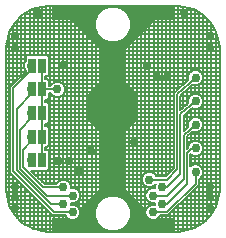
<source format=gbl>
G04 EAGLE Gerber RS-274X export*
G75*
%MOMM*%
%FSLAX34Y34*%
%LPD*%
%INSolder side*%
%IPPOS*%
%AMOC8*
5,1,8,0,0,$1,22.5*%
G01*
%ADD10R,0.635X1.27*%
%ADD11C,0.7564*%
%ADD12C,0.13*%
%ADD13C,0.15*%
%ADD14C,0.3*%
G36*
X0478247Y0404007D02*
X0478247Y0404007D01*
X0478300Y0404004D01*
X0478419Y0404027D01*
X0478540Y0404041D01*
X0478589Y0404058D01*
X0478640Y0404067D01*
X0478751Y0404117D01*
X0478865Y0404158D01*
X0478909Y0404187D01*
X0478956Y0404208D01*
X0479052Y0404281D01*
X0479154Y0404347D01*
X0479191Y0404385D01*
X0479232Y0404416D01*
X0479309Y0404509D01*
X0479393Y0404597D01*
X0479420Y0404642D01*
X0479453Y0404682D01*
X0479507Y0404791D01*
X0479568Y0404895D01*
X0479584Y0404945D01*
X0479607Y0404992D01*
X0479634Y0405110D01*
X0479670Y0405225D01*
X0479674Y0405278D01*
X0479686Y0405329D01*
X0479686Y0405450D01*
X0479694Y0405571D01*
X0479685Y0405622D01*
X0479685Y0405674D01*
X0479657Y0405792D01*
X0479638Y0405912D01*
X0479617Y0405959D01*
X0479606Y0406011D01*
X0479552Y0406119D01*
X0479505Y0406231D01*
X0479475Y0406273D01*
X0479450Y0406320D01*
X0479373Y0406413D01*
X0479303Y0406511D01*
X0479263Y0406546D01*
X0479230Y0406586D01*
X0479133Y0406659D01*
X0479042Y0406738D01*
X0478995Y0406762D01*
X0478954Y0406794D01*
X0478770Y0406885D01*
X0476786Y0407707D01*
X0472707Y0411786D01*
X0470499Y0417116D01*
X0470499Y0422884D01*
X0472707Y0428213D01*
X0476786Y0432293D01*
X0482116Y0434501D01*
X0487883Y0434501D01*
X0493213Y0432293D01*
X0497293Y0428213D01*
X0499501Y0422884D01*
X0499501Y0417116D01*
X0497293Y0411786D01*
X0493213Y0407707D01*
X0491230Y0406885D01*
X0491184Y0406860D01*
X0491135Y0406841D01*
X0491034Y0406776D01*
X0490927Y0406717D01*
X0490889Y0406682D01*
X0490846Y0406653D01*
X0490762Y0406565D01*
X0490673Y0406484D01*
X0490643Y0406441D01*
X0490607Y0406403D01*
X0490546Y0406298D01*
X0490477Y0406199D01*
X0490458Y0406150D01*
X0490432Y0406105D01*
X0490396Y0405989D01*
X0490353Y0405876D01*
X0490345Y0405824D01*
X0490330Y0405774D01*
X0490322Y0405653D01*
X0490305Y0405534D01*
X0490310Y0405482D01*
X0490306Y0405429D01*
X0490326Y0405310D01*
X0490336Y0405189D01*
X0490353Y0405140D01*
X0490362Y0405088D01*
X0490409Y0404976D01*
X0490447Y0404861D01*
X0490475Y0404817D01*
X0490495Y0404769D01*
X0490566Y0404671D01*
X0490629Y0404568D01*
X0490666Y0404531D01*
X0490697Y0404489D01*
X0490789Y0404409D01*
X0490874Y0404324D01*
X0490919Y0404296D01*
X0490957Y0404262D01*
X0491066Y0404204D01*
X0491168Y0404142D01*
X0491218Y0404126D01*
X0491264Y0404101D01*
X0491382Y0404071D01*
X0491496Y0404033D01*
X0491548Y0404028D01*
X0491599Y0404015D01*
X0491804Y0404001D01*
X0535000Y0404001D01*
X0535035Y0404005D01*
X0535071Y0404002D01*
X0535207Y0404025D01*
X0535343Y0404041D01*
X0535377Y0404052D01*
X0535412Y0404058D01*
X0535539Y0404111D01*
X0535669Y0404158D01*
X0535698Y0404177D01*
X0535731Y0404191D01*
X0535843Y0404272D01*
X0535958Y0404347D01*
X0535983Y0404373D01*
X0536011Y0404393D01*
X0536102Y0404497D01*
X0536197Y0404597D01*
X0536215Y0404628D01*
X0536238Y0404654D01*
X0536302Y0404777D01*
X0536372Y0404895D01*
X0536382Y0404929D01*
X0536399Y0404961D01*
X0536433Y0405094D01*
X0536474Y0405225D01*
X0536476Y0405261D01*
X0536485Y0405295D01*
X0536499Y0405500D01*
X0536499Y0415000D01*
X0536495Y0415035D01*
X0536498Y0415071D01*
X0536475Y0415207D01*
X0536459Y0415343D01*
X0536447Y0415377D01*
X0536442Y0415412D01*
X0536389Y0415539D01*
X0536342Y0415668D01*
X0536323Y0415698D01*
X0536309Y0415730D01*
X0536228Y0415843D01*
X0536153Y0415957D01*
X0536127Y0415983D01*
X0536107Y0416011D01*
X0536003Y0416102D01*
X0535903Y0416197D01*
X0535872Y0416215D01*
X0535846Y0416238D01*
X0535723Y0416302D01*
X0535605Y0416372D01*
X0535571Y0416382D01*
X0535539Y0416399D01*
X0535406Y0416432D01*
X0535274Y0416474D01*
X0535239Y0416475D01*
X0535205Y0416485D01*
X0535000Y0416499D01*
X0523298Y0416499D01*
X0523160Y0416483D01*
X0523020Y0416473D01*
X0522988Y0416462D01*
X0522955Y0416459D01*
X0522824Y0416412D01*
X0522690Y0416370D01*
X0522661Y0416353D01*
X0522630Y0416342D01*
X0522513Y0416266D01*
X0522393Y0416195D01*
X0522359Y0416165D01*
X0522340Y0416153D01*
X0522317Y0416129D01*
X0522286Y0416102D01*
X0520150Y0415217D01*
X0517849Y0415217D01*
X0515724Y0416098D01*
X0514098Y0417724D01*
X0513217Y0419850D01*
X0513217Y0422150D01*
X0513347Y0422464D01*
X0513371Y0422548D01*
X0513405Y0422629D01*
X0513418Y0422714D01*
X0513442Y0422797D01*
X0513446Y0422884D01*
X0513460Y0422971D01*
X0513454Y0423056D01*
X0513457Y0423142D01*
X0513442Y0423228D01*
X0513435Y0423315D01*
X0513410Y0423397D01*
X0513394Y0423482D01*
X0513359Y0423562D01*
X0513333Y0423646D01*
X0513289Y0423720D01*
X0513254Y0423798D01*
X0513202Y0423868D01*
X0513157Y0423943D01*
X0513063Y0424052D01*
X0513046Y0424074D01*
X0513036Y0424082D01*
X0513022Y0424097D01*
X0496499Y0440621D01*
X0496499Y0489379D01*
X0506060Y0498940D01*
X0506135Y0499035D01*
X0506150Y0499050D01*
X0506154Y0499058D01*
X0506238Y0499154D01*
X0506254Y0499184D01*
X0506275Y0499210D01*
X0506334Y0499337D01*
X0506399Y0499461D01*
X0506407Y0499493D01*
X0506422Y0499524D01*
X0506449Y0499660D01*
X0506485Y0499795D01*
X0506488Y0499840D01*
X0506492Y0499861D01*
X0506492Y0499895D01*
X0506499Y0500000D01*
X0506499Y0520000D01*
X0506483Y0520138D01*
X0506473Y0520278D01*
X0506462Y0520310D01*
X0506459Y0520343D01*
X0506412Y0520473D01*
X0506371Y0520608D01*
X0506353Y0520637D01*
X0506342Y0520669D01*
X0506265Y0520785D01*
X0506195Y0520905D01*
X0506165Y0520940D01*
X0506153Y0520957D01*
X0506128Y0520982D01*
X0506060Y0521060D01*
X0496499Y0530621D01*
X0496499Y0559379D01*
X0520621Y0583501D01*
X0535000Y0583501D01*
X0535035Y0583505D01*
X0535071Y0583502D01*
X0535207Y0583525D01*
X0535343Y0583541D01*
X0535377Y0583553D01*
X0535412Y0583558D01*
X0535539Y0583611D01*
X0535669Y0583658D01*
X0535698Y0583678D01*
X0535731Y0583691D01*
X0535843Y0583772D01*
X0535958Y0583847D01*
X0535983Y0583873D01*
X0536011Y0583893D01*
X0536102Y0583998D01*
X0536197Y0584097D01*
X0536215Y0584128D01*
X0536238Y0584154D01*
X0536302Y0584277D01*
X0536372Y0584395D01*
X0536382Y0584429D01*
X0536399Y0584461D01*
X0536433Y0584594D01*
X0536474Y0584726D01*
X0536476Y0584761D01*
X0536485Y0584795D01*
X0536499Y0585000D01*
X0536499Y0594500D01*
X0536495Y0594535D01*
X0536498Y0594571D01*
X0536475Y0594707D01*
X0536459Y0594843D01*
X0536447Y0594877D01*
X0536442Y0594912D01*
X0536389Y0595039D01*
X0536342Y0595169D01*
X0536323Y0595198D01*
X0536309Y0595231D01*
X0536228Y0595343D01*
X0536153Y0595458D01*
X0536127Y0595483D01*
X0536107Y0595511D01*
X0536003Y0595602D01*
X0535903Y0595697D01*
X0535872Y0595715D01*
X0535846Y0595738D01*
X0535723Y0595802D01*
X0535605Y0595872D01*
X0535571Y0595882D01*
X0535539Y0595899D01*
X0535406Y0595933D01*
X0535274Y0595974D01*
X0535239Y0595976D01*
X0535205Y0595985D01*
X0535000Y0595999D01*
X0491804Y0595999D01*
X0491752Y0595993D01*
X0491700Y0595996D01*
X0491581Y0595973D01*
X0491460Y0595959D01*
X0491411Y0595942D01*
X0491359Y0595932D01*
X0491248Y0595883D01*
X0491135Y0595842D01*
X0491091Y0595813D01*
X0491044Y0595792D01*
X0490947Y0595719D01*
X0490846Y0595653D01*
X0490809Y0595615D01*
X0490768Y0595584D01*
X0490690Y0595490D01*
X0490607Y0595403D01*
X0490580Y0595358D01*
X0490546Y0595318D01*
X0490493Y0595209D01*
X0490432Y0595105D01*
X0490417Y0595055D01*
X0490393Y0595008D01*
X0490366Y0594890D01*
X0490330Y0594774D01*
X0490326Y0594722D01*
X0490314Y0594671D01*
X0490315Y0594550D01*
X0490306Y0594429D01*
X0490315Y0594378D01*
X0490315Y0594326D01*
X0490343Y0594208D01*
X0490362Y0594088D01*
X0490382Y0594040D01*
X0490394Y0593989D01*
X0490449Y0593881D01*
X0490495Y0593769D01*
X0490525Y0593727D01*
X0490549Y0593680D01*
X0490626Y0593587D01*
X0490697Y0593489D01*
X0490737Y0593454D01*
X0490770Y0593414D01*
X0490867Y0593341D01*
X0490957Y0593262D01*
X0491004Y0593238D01*
X0491046Y0593206D01*
X0491230Y0593115D01*
X0493213Y0592293D01*
X0497293Y0588214D01*
X0499501Y0582884D01*
X0499501Y0577116D01*
X0497293Y0571786D01*
X0493213Y0567707D01*
X0487883Y0565499D01*
X0482116Y0565499D01*
X0476786Y0567707D01*
X0472707Y0571786D01*
X0470499Y0577116D01*
X0470499Y0582884D01*
X0472707Y0588214D01*
X0476786Y0592293D01*
X0478770Y0593115D01*
X0478816Y0593140D01*
X0478865Y0593158D01*
X0478966Y0593224D01*
X0479072Y0593283D01*
X0479111Y0593318D01*
X0479154Y0593347D01*
X0479238Y0593434D01*
X0479326Y0593516D01*
X0479357Y0593559D01*
X0479393Y0593597D01*
X0479454Y0593701D01*
X0479523Y0593801D01*
X0479542Y0593850D01*
X0479568Y0593895D01*
X0479604Y0594011D01*
X0479647Y0594124D01*
X0479655Y0594176D01*
X0479670Y0594226D01*
X0479677Y0594346D01*
X0479694Y0594466D01*
X0479690Y0594518D01*
X0479694Y0594571D01*
X0479674Y0594690D01*
X0479663Y0594811D01*
X0479646Y0594860D01*
X0479638Y0594912D01*
X0479591Y0595024D01*
X0479553Y0595138D01*
X0479525Y0595183D01*
X0479505Y0595231D01*
X0479433Y0595329D01*
X0479370Y0595432D01*
X0479333Y0595469D01*
X0479303Y0595511D01*
X0479212Y0595591D01*
X0479126Y0595676D01*
X0479081Y0595704D01*
X0479042Y0595738D01*
X0478935Y0595794D01*
X0478832Y0595858D01*
X0478782Y0595875D01*
X0478735Y0595899D01*
X0478618Y0595929D01*
X0478504Y0595967D01*
X0478452Y0595972D01*
X0478401Y0595985D01*
X0478196Y0595999D01*
X0435000Y0595999D01*
X0434965Y0595995D01*
X0434929Y0595998D01*
X0434793Y0595975D01*
X0434657Y0595959D01*
X0434623Y0595947D01*
X0434587Y0595942D01*
X0434461Y0595889D01*
X0434330Y0595842D01*
X0434302Y0595823D01*
X0434269Y0595809D01*
X0434157Y0595728D01*
X0434042Y0595653D01*
X0434017Y0595627D01*
X0433989Y0595607D01*
X0433898Y0595503D01*
X0433803Y0595403D01*
X0433785Y0595372D01*
X0433762Y0595346D01*
X0433698Y0595223D01*
X0433628Y0595105D01*
X0433618Y0595071D01*
X0433601Y0595039D01*
X0433567Y0594906D01*
X0433526Y0594774D01*
X0433524Y0594739D01*
X0433515Y0594705D01*
X0433501Y0594500D01*
X0433501Y0585000D01*
X0433504Y0584965D01*
X0433502Y0584929D01*
X0433525Y0584793D01*
X0433541Y0584657D01*
X0433553Y0584623D01*
X0433558Y0584588D01*
X0433611Y0584461D01*
X0433658Y0584331D01*
X0433678Y0584302D01*
X0433691Y0584269D01*
X0433772Y0584157D01*
X0433847Y0584042D01*
X0433872Y0584017D01*
X0433893Y0583989D01*
X0433998Y0583898D01*
X0434097Y0583803D01*
X0434128Y0583785D01*
X0434154Y0583762D01*
X0434277Y0583698D01*
X0434395Y0583628D01*
X0434429Y0583618D01*
X0434461Y0583601D01*
X0434594Y0583567D01*
X0434726Y0583526D01*
X0434761Y0583524D01*
X0434795Y0583515D01*
X0435000Y0583501D01*
X0449379Y0583501D01*
X0473501Y0559379D01*
X0473501Y0530621D01*
X0463940Y0521060D01*
X0463853Y0520951D01*
X0463762Y0520846D01*
X0463746Y0520816D01*
X0463725Y0520789D01*
X0463666Y0520663D01*
X0463601Y0520539D01*
X0463593Y0520507D01*
X0463578Y0520476D01*
X0463550Y0520340D01*
X0463515Y0520205D01*
X0463512Y0520160D01*
X0463507Y0520138D01*
X0463508Y0520104D01*
X0463501Y0520000D01*
X0463501Y0500000D01*
X0463517Y0499861D01*
X0463527Y0499722D01*
X0463537Y0499690D01*
X0463541Y0499657D01*
X0463588Y0499526D01*
X0463628Y0499392D01*
X0463647Y0499363D01*
X0463658Y0499330D01*
X0463734Y0499215D01*
X0463805Y0499095D01*
X0463835Y0499060D01*
X0463847Y0499042D01*
X0463871Y0499019D01*
X0463940Y0498940D01*
X0473501Y0489379D01*
X0473501Y0440630D01*
X0456887Y0424355D01*
X0456826Y0424281D01*
X0456760Y0424214D01*
X0456718Y0424146D01*
X0456669Y0424086D01*
X0456628Y0424001D01*
X0456578Y0423919D01*
X0456552Y0423845D01*
X0456519Y0423775D01*
X0456499Y0423682D01*
X0456468Y0423592D01*
X0456460Y0423514D01*
X0456444Y0423437D01*
X0456445Y0423342D01*
X0456437Y0423247D01*
X0456448Y0423170D01*
X0456449Y0423091D01*
X0456472Y0422999D01*
X0456485Y0422905D01*
X0456525Y0422787D01*
X0456533Y0422756D01*
X0456539Y0422741D01*
X0456551Y0422710D01*
X0456783Y0422150D01*
X0456783Y0419850D01*
X0455902Y0417724D01*
X0454276Y0416098D01*
X0452150Y0415217D01*
X0449850Y0415217D01*
X0447704Y0416106D01*
X0447652Y0416147D01*
X0447547Y0416238D01*
X0447517Y0416254D01*
X0447491Y0416275D01*
X0447365Y0416334D01*
X0447241Y0416399D01*
X0447207Y0416407D01*
X0447177Y0416422D01*
X0447042Y0416450D01*
X0446906Y0416485D01*
X0446862Y0416488D01*
X0446840Y0416492D01*
X0446806Y0416492D01*
X0446702Y0416499D01*
X0435000Y0416499D01*
X0434965Y0416495D01*
X0434929Y0416498D01*
X0434793Y0416475D01*
X0434657Y0416459D01*
X0434623Y0416447D01*
X0434587Y0416442D01*
X0434461Y0416389D01*
X0434330Y0416342D01*
X0434302Y0416323D01*
X0434269Y0416308D01*
X0434157Y0416228D01*
X0434042Y0416153D01*
X0434017Y0416126D01*
X0433989Y0416107D01*
X0433898Y0416003D01*
X0433803Y0415903D01*
X0433785Y0415872D01*
X0433762Y0415846D01*
X0433698Y0415723D01*
X0433628Y0415605D01*
X0433618Y0415571D01*
X0433601Y0415539D01*
X0433567Y0415406D01*
X0433526Y0415274D01*
X0433524Y0415239D01*
X0433515Y0415205D01*
X0433501Y0415000D01*
X0433501Y0405500D01*
X0433504Y0405465D01*
X0433502Y0405429D01*
X0433525Y0405293D01*
X0433541Y0405157D01*
X0433553Y0405123D01*
X0433558Y0405088D01*
X0433611Y0404961D01*
X0433658Y0404831D01*
X0433678Y0404802D01*
X0433691Y0404769D01*
X0433772Y0404657D01*
X0433847Y0404542D01*
X0433872Y0404517D01*
X0433893Y0404489D01*
X0433998Y0404398D01*
X0434097Y0404303D01*
X0434128Y0404285D01*
X0434154Y0404262D01*
X0434277Y0404198D01*
X0434395Y0404128D01*
X0434429Y0404118D01*
X0434461Y0404101D01*
X0434594Y0404067D01*
X0434726Y0404026D01*
X0434761Y0404024D01*
X0434795Y0404015D01*
X0435000Y0404001D01*
X0478196Y0404001D01*
X0478247Y0404007D01*
G37*
D10*
X0416936Y0545000D03*
X0425064Y0545000D03*
X0416936Y0525000D03*
X0425064Y0525000D03*
X0416936Y0505000D03*
X0425064Y0505000D03*
X0416936Y0485000D03*
X0425064Y0485000D03*
X0416936Y0465000D03*
X0425064Y0465000D03*
D11*
X0485000Y0510000D03*
X0496000Y0502000D03*
X0475000Y0520000D03*
D12*
X0408480Y0411955D02*
X0416472Y0407341D01*
X0408480Y0411955D02*
X0401955Y0418480D01*
X0397341Y0426472D01*
X0394951Y0435386D01*
X0394650Y0440000D01*
X0394650Y0560000D01*
X0394951Y0564614D01*
X0397341Y0573528D01*
X0401955Y0581520D01*
X0408480Y0588045D01*
X0416472Y0592659D01*
X0425386Y0595048D01*
X0430000Y0595350D01*
X0540000Y0595350D01*
X0544614Y0595048D01*
X0553528Y0592659D01*
X0561520Y0588045D01*
X0568045Y0581520D01*
X0572659Y0573528D01*
X0575048Y0564614D01*
X0575350Y0560000D01*
X0575350Y0440000D01*
X0575048Y0435386D01*
X0572659Y0426472D01*
X0568045Y0418480D01*
X0561520Y0411955D01*
X0553528Y0407341D01*
X0544614Y0404951D01*
X0540000Y0404650D01*
X0430000Y0404650D01*
X0425386Y0404951D01*
X0416472Y0407341D01*
X0561432Y0533721D02*
X0561432Y0536279D01*
X0560453Y0538643D01*
X0558643Y0540453D01*
X0556279Y0541432D01*
X0553721Y0541432D01*
X0551357Y0540453D01*
X0549547Y0538643D01*
X0548568Y0536279D01*
X0548568Y0533721D01*
X0548828Y0533093D01*
X0538216Y0523675D01*
X0538124Y0523675D01*
X0537398Y0522949D01*
X0536631Y0522268D01*
X0536625Y0522176D01*
X0536560Y0522111D01*
X0536560Y0521084D01*
X0536499Y0520060D01*
X0536560Y0519991D01*
X0536560Y0458335D01*
X0529594Y0451370D01*
X0521756Y0451370D01*
X0521353Y0452343D01*
X0519543Y0454153D01*
X0517179Y0455132D01*
X0514621Y0455132D01*
X0512257Y0454153D01*
X0510447Y0452343D01*
X0509467Y0449979D01*
X0509467Y0447421D01*
X0510447Y0445057D01*
X0512257Y0443247D01*
X0514621Y0442268D01*
X0517179Y0442268D01*
X0519543Y0443247D01*
X0521270Y0444974D01*
X0520568Y0443279D01*
X0520568Y0441312D01*
X0520279Y0441432D01*
X0517721Y0441432D01*
X0515357Y0440453D01*
X0513547Y0438643D01*
X0512568Y0436278D01*
X0512568Y0433721D01*
X0513547Y0431357D01*
X0515357Y0429547D01*
X0517721Y0428568D01*
X0520279Y0428568D01*
X0520568Y0428688D01*
X0520568Y0427312D01*
X0520279Y0427432D01*
X0517721Y0427432D01*
X0515357Y0426453D01*
X0513547Y0424643D01*
X0512568Y0422279D01*
X0512568Y0419721D01*
X0513547Y0417357D01*
X0515357Y0415546D01*
X0517721Y0414568D01*
X0520279Y0414568D01*
X0522643Y0415546D01*
X0524453Y0417357D01*
X0524856Y0418330D01*
X0532106Y0418330D01*
X0556106Y0442329D01*
X0557670Y0443894D01*
X0557670Y0449144D01*
X0558643Y0449547D01*
X0560453Y0451357D01*
X0561432Y0453721D01*
X0561432Y0456278D01*
X0560453Y0458643D01*
X0558643Y0460453D01*
X0556279Y0461432D01*
X0553721Y0461432D01*
X0551357Y0460453D01*
X0550670Y0459766D01*
X0550670Y0469894D01*
X0550840Y0470064D01*
X0551357Y0469547D01*
X0553721Y0468568D01*
X0556279Y0468568D01*
X0558643Y0469547D01*
X0560453Y0471357D01*
X0561432Y0473721D01*
X0561432Y0476278D01*
X0560453Y0478643D01*
X0558643Y0480453D01*
X0556279Y0481432D01*
X0553721Y0481432D01*
X0551357Y0480453D01*
X0549547Y0478643D01*
X0548568Y0476278D01*
X0548568Y0475344D01*
X0547670Y0474446D01*
X0547670Y0485416D01*
X0552205Y0489196D01*
X0553721Y0488568D01*
X0556279Y0488568D01*
X0558643Y0489547D01*
X0560453Y0491357D01*
X0561432Y0493721D01*
X0561432Y0496278D01*
X0560453Y0498643D01*
X0558643Y0500453D01*
X0556279Y0501432D01*
X0553721Y0501432D01*
X0551357Y0500453D01*
X0549547Y0498643D01*
X0548568Y0496278D01*
X0548568Y0493721D01*
X0548754Y0493271D01*
X0544900Y0490058D01*
X0544900Y0502738D01*
X0552316Y0509150D01*
X0553721Y0508568D01*
X0556279Y0508568D01*
X0558643Y0509547D01*
X0560453Y0511357D01*
X0561432Y0513721D01*
X0561432Y0516278D01*
X0560453Y0518643D01*
X0558643Y0520453D01*
X0556279Y0521432D01*
X0553721Y0521432D01*
X0551357Y0520453D01*
X0549547Y0518643D01*
X0548568Y0516278D01*
X0548568Y0513721D01*
X0548797Y0513167D01*
X0541900Y0507203D01*
X0541900Y0519805D01*
X0552394Y0529118D01*
X0553721Y0528568D01*
X0556279Y0528568D01*
X0558643Y0529547D01*
X0560453Y0531357D01*
X0561432Y0533721D01*
X0444432Y0526279D02*
X0444432Y0523721D01*
X0444432Y0526279D02*
X0443453Y0528643D01*
X0441643Y0530453D01*
X0439279Y0531432D01*
X0436721Y0531432D01*
X0434357Y0530453D01*
X0432547Y0528643D01*
X0432144Y0527670D01*
X0430889Y0527670D01*
X0430889Y0532448D01*
X0429337Y0534000D01*
X0427734Y0534000D01*
X0427734Y0536000D01*
X0429337Y0536000D01*
X0430889Y0537552D01*
X0430889Y0552448D01*
X0429337Y0554000D01*
X0412663Y0554000D01*
X0411111Y0552448D01*
X0411111Y0549314D01*
X0410546Y0548750D01*
X0409568Y0546386D01*
X0409568Y0543828D01*
X0410546Y0541464D01*
X0411111Y0540900D01*
X0411111Y0539951D01*
X0399644Y0528484D01*
X0398080Y0526920D01*
X0398080Y0454452D01*
X0399644Y0452888D01*
X0399644Y0452888D01*
X0432638Y0419894D01*
X0432638Y0419894D01*
X0434202Y0418330D01*
X0445144Y0418330D01*
X0445546Y0417357D01*
X0447357Y0415546D01*
X0449721Y0414568D01*
X0452279Y0414568D01*
X0454643Y0415546D01*
X0456453Y0417357D01*
X0457432Y0419721D01*
X0457432Y0422279D01*
X0456453Y0424643D01*
X0454643Y0426453D01*
X0452279Y0427432D01*
X0449721Y0427432D01*
X0449432Y0427312D01*
X0449432Y0428688D01*
X0449721Y0428568D01*
X0452279Y0428568D01*
X0454643Y0429547D01*
X0456453Y0431357D01*
X0457432Y0433721D01*
X0457432Y0436278D01*
X0456453Y0438643D01*
X0454643Y0440453D01*
X0452279Y0441432D01*
X0449721Y0441432D01*
X0449432Y0441312D01*
X0449432Y0443279D01*
X0448453Y0445643D01*
X0446643Y0447453D01*
X0444279Y0448432D01*
X0441721Y0448432D01*
X0439357Y0447453D01*
X0437547Y0445643D01*
X0437144Y0444670D01*
X0427166Y0444670D01*
X0415835Y0456000D01*
X0429337Y0456000D01*
X0430889Y0457552D01*
X0430889Y0472448D01*
X0429337Y0474000D01*
X0427734Y0474000D01*
X0427734Y0476000D01*
X0429337Y0476000D01*
X0430889Y0477552D01*
X0430889Y0492448D01*
X0429337Y0494000D01*
X0427734Y0494000D01*
X0427734Y0496000D01*
X0429337Y0496000D01*
X0430889Y0497552D01*
X0430889Y0512448D01*
X0429337Y0514000D01*
X0427734Y0514000D01*
X0427734Y0516000D01*
X0429337Y0516000D01*
X0430889Y0517552D01*
X0430889Y0522330D01*
X0432144Y0522330D01*
X0432547Y0521357D01*
X0434357Y0519547D01*
X0436721Y0518568D01*
X0439279Y0518568D01*
X0441643Y0519547D01*
X0443453Y0521357D01*
X0444432Y0523721D01*
X0500150Y0576986D02*
X0500150Y0583014D01*
X0497844Y0588582D01*
X0493581Y0592844D01*
X0488014Y0595150D01*
X0481986Y0595150D01*
X0476418Y0592844D01*
X0472156Y0588582D01*
X0469850Y0583014D01*
X0469850Y0576986D01*
X0472156Y0571418D01*
X0476418Y0567156D01*
X0481986Y0564850D01*
X0488014Y0564850D01*
X0493581Y0567156D01*
X0497844Y0571418D01*
X0500150Y0576986D01*
X0500150Y0423014D02*
X0500150Y0416986D01*
X0500150Y0423014D02*
X0497844Y0428581D01*
X0493581Y0432844D01*
X0488014Y0435150D01*
X0481986Y0435150D01*
X0476418Y0432844D01*
X0472156Y0428581D01*
X0469850Y0423014D01*
X0469850Y0416986D01*
X0472156Y0411418D01*
X0476418Y0407156D01*
X0481986Y0404850D01*
X0488014Y0404850D01*
X0493581Y0407156D01*
X0497844Y0411418D01*
X0500150Y0416986D01*
X0476796Y0407000D02*
X0417744Y0407000D01*
X0493204Y0407000D02*
X0552256Y0407000D01*
X0473075Y0410500D02*
X0411000Y0410500D01*
X0496925Y0410500D02*
X0559000Y0410500D01*
X0471087Y0414000D02*
X0406435Y0414000D01*
X0498913Y0414000D02*
X0563565Y0414000D01*
X0445488Y0417500D02*
X0402935Y0417500D01*
X0456512Y0417500D02*
X0469850Y0417500D01*
X0500150Y0417500D02*
X0513488Y0417500D01*
X0524512Y0417500D02*
X0567065Y0417500D01*
X0431532Y0421000D02*
X0400500Y0421000D01*
X0457432Y0421000D02*
X0469850Y0421000D01*
X0500150Y0421000D02*
X0512568Y0421000D01*
X0534776Y0421000D02*
X0569500Y0421000D01*
X0428031Y0424500D02*
X0398479Y0424500D01*
X0456512Y0424500D02*
X0470466Y0424500D01*
X0499534Y0424500D02*
X0513488Y0424500D01*
X0538276Y0424500D02*
X0571521Y0424500D01*
X0424532Y0428000D02*
X0396931Y0428000D01*
X0449432Y0428000D02*
X0471915Y0428000D01*
X0498085Y0428000D02*
X0520568Y0428000D01*
X0541776Y0428000D02*
X0573069Y0428000D01*
X0421032Y0431500D02*
X0395994Y0431500D01*
X0456512Y0431500D02*
X0475075Y0431500D01*
X0494925Y0431500D02*
X0513488Y0431500D01*
X0545276Y0431500D02*
X0574006Y0431500D01*
X0417532Y0435000D02*
X0395056Y0435000D01*
X0457432Y0435000D02*
X0481624Y0435000D01*
X0488376Y0435000D02*
X0512568Y0435000D01*
X0548776Y0435000D02*
X0574944Y0435000D01*
X0414032Y0438500D02*
X0394748Y0438500D01*
X0456512Y0438500D02*
X0513488Y0438500D01*
X0552276Y0438500D02*
X0575252Y0438500D01*
X0410531Y0442000D02*
X0394650Y0442000D01*
X0449432Y0442000D02*
X0520568Y0442000D01*
X0555776Y0442000D02*
X0575350Y0442000D01*
X0407032Y0445500D02*
X0394650Y0445500D01*
X0426336Y0445500D02*
X0437488Y0445500D01*
X0448512Y0445500D02*
X0510264Y0445500D01*
X0557670Y0445500D02*
X0575350Y0445500D01*
X0403532Y0449000D02*
X0394650Y0449000D01*
X0422836Y0449000D02*
X0509467Y0449000D01*
X0557670Y0449000D02*
X0575350Y0449000D01*
X0400032Y0452500D02*
X0394650Y0452500D01*
X0419336Y0452500D02*
X0510604Y0452500D01*
X0521196Y0452500D02*
X0530724Y0452500D01*
X0560926Y0452500D02*
X0575350Y0452500D01*
X0398080Y0456000D02*
X0394650Y0456000D01*
X0429337Y0456000D02*
X0534224Y0456000D01*
X0561432Y0456000D02*
X0575350Y0456000D01*
X0398080Y0459500D02*
X0394650Y0459500D01*
X0430889Y0459500D02*
X0536560Y0459500D01*
X0559596Y0459500D02*
X0575350Y0459500D01*
X0398080Y0463000D02*
X0394650Y0463000D01*
X0430889Y0463000D02*
X0536560Y0463000D01*
X0550670Y0463000D02*
X0575350Y0463000D01*
X0398080Y0466500D02*
X0394650Y0466500D01*
X0430889Y0466500D02*
X0536560Y0466500D01*
X0550670Y0466500D02*
X0575350Y0466500D01*
X0398080Y0470000D02*
X0394650Y0470000D01*
X0430889Y0470000D02*
X0536560Y0470000D01*
X0550776Y0470000D02*
X0550904Y0470000D01*
X0559096Y0470000D02*
X0575350Y0470000D01*
X0398080Y0473500D02*
X0394650Y0473500D01*
X0429837Y0473500D02*
X0536560Y0473500D01*
X0561341Y0473500D02*
X0575350Y0473500D01*
X0398080Y0477000D02*
X0394650Y0477000D01*
X0430336Y0477000D02*
X0536560Y0477000D01*
X0547670Y0477000D02*
X0548867Y0477000D01*
X0561134Y0477000D02*
X0575350Y0477000D01*
X0398080Y0480500D02*
X0394650Y0480500D01*
X0430889Y0480500D02*
X0536560Y0480500D01*
X0547670Y0480500D02*
X0551471Y0480500D01*
X0558529Y0480500D02*
X0575350Y0480500D01*
X0398080Y0484000D02*
X0394650Y0484000D01*
X0430889Y0484000D02*
X0536560Y0484000D01*
X0547670Y0484000D02*
X0575350Y0484000D01*
X0398080Y0487500D02*
X0394650Y0487500D01*
X0430889Y0487500D02*
X0536560Y0487500D01*
X0550171Y0487500D02*
X0575350Y0487500D01*
X0398080Y0491000D02*
X0394650Y0491000D01*
X0430889Y0491000D02*
X0536560Y0491000D01*
X0544900Y0491000D02*
X0546029Y0491000D01*
X0560096Y0491000D02*
X0575350Y0491000D01*
X0398080Y0494500D02*
X0394650Y0494500D01*
X0427734Y0494500D02*
X0536560Y0494500D01*
X0544900Y0494500D02*
X0548568Y0494500D01*
X0561432Y0494500D02*
X0575350Y0494500D01*
X0398080Y0498000D02*
X0394650Y0498000D01*
X0430889Y0498000D02*
X0536560Y0498000D01*
X0544900Y0498000D02*
X0549281Y0498000D01*
X0560719Y0498000D02*
X0575350Y0498000D01*
X0398080Y0501500D02*
X0394650Y0501500D01*
X0430889Y0501500D02*
X0536560Y0501500D01*
X0544900Y0501500D02*
X0575350Y0501500D01*
X0398080Y0505000D02*
X0394650Y0505000D01*
X0430889Y0505000D02*
X0536560Y0505000D01*
X0547516Y0505000D02*
X0575350Y0505000D01*
X0398080Y0508500D02*
X0394650Y0508500D01*
X0430889Y0508500D02*
X0536560Y0508500D01*
X0541900Y0508500D02*
X0543400Y0508500D01*
X0551564Y0508500D02*
X0575350Y0508500D01*
X0398080Y0512000D02*
X0394650Y0512000D01*
X0430889Y0512000D02*
X0536560Y0512000D01*
X0541900Y0512000D02*
X0547448Y0512000D01*
X0560719Y0512000D02*
X0575350Y0512000D01*
X0398080Y0515500D02*
X0394650Y0515500D01*
X0427734Y0515500D02*
X0536560Y0515500D01*
X0541900Y0515500D02*
X0548568Y0515500D01*
X0561432Y0515500D02*
X0575350Y0515500D01*
X0398080Y0519000D02*
X0394650Y0519000D01*
X0430889Y0519000D02*
X0435678Y0519000D01*
X0440322Y0519000D02*
X0536560Y0519000D01*
X0541900Y0519000D02*
X0549904Y0519000D01*
X0560096Y0519000D02*
X0575350Y0519000D01*
X0398080Y0522500D02*
X0394650Y0522500D01*
X0443926Y0522500D02*
X0536892Y0522500D01*
X0544937Y0522500D02*
X0575350Y0522500D01*
X0398080Y0526000D02*
X0394650Y0526000D01*
X0444432Y0526000D02*
X0540836Y0526000D01*
X0548881Y0526000D02*
X0575350Y0526000D01*
X0400660Y0529500D02*
X0394650Y0529500D01*
X0430889Y0529500D02*
X0433404Y0529500D01*
X0442596Y0529500D02*
X0544780Y0529500D01*
X0558529Y0529500D02*
X0575350Y0529500D01*
X0404159Y0533000D02*
X0394650Y0533000D01*
X0430336Y0533000D02*
X0548724Y0533000D01*
X0561133Y0533000D02*
X0575350Y0533000D01*
X0407660Y0536500D02*
X0394650Y0536500D01*
X0429837Y0536500D02*
X0548659Y0536500D01*
X0561341Y0536500D02*
X0575350Y0536500D01*
X0411111Y0540000D02*
X0394650Y0540000D01*
X0430889Y0540000D02*
X0550904Y0540000D01*
X0559096Y0540000D02*
X0575350Y0540000D01*
X0409704Y0543500D02*
X0394650Y0543500D01*
X0430889Y0543500D02*
X0575350Y0543500D01*
X0409822Y0547000D02*
X0394650Y0547000D01*
X0430889Y0547000D02*
X0575350Y0547000D01*
X0411111Y0550500D02*
X0394650Y0550500D01*
X0430889Y0550500D02*
X0575350Y0550500D01*
X0575350Y0554000D02*
X0394650Y0554000D01*
X0394650Y0557500D02*
X0575350Y0557500D01*
X0575284Y0561000D02*
X0394716Y0561000D01*
X0394945Y0564500D02*
X0575055Y0564500D01*
X0475575Y0568000D02*
X0395860Y0568000D01*
X0494425Y0568000D02*
X0574140Y0568000D01*
X0472123Y0571500D02*
X0396796Y0571500D01*
X0497877Y0571500D02*
X0573202Y0571500D01*
X0470673Y0575000D02*
X0398191Y0575000D01*
X0499326Y0575000D02*
X0571809Y0575000D01*
X0469850Y0578500D02*
X0400212Y0578500D01*
X0500150Y0578500D02*
X0569788Y0578500D01*
X0469850Y0582000D02*
X0402435Y0582000D01*
X0500150Y0582000D02*
X0567565Y0582000D01*
X0470880Y0585500D02*
X0405935Y0585500D01*
X0499120Y0585500D02*
X0564065Y0585500D01*
X0472575Y0589000D02*
X0410134Y0589000D01*
X0497425Y0589000D02*
X0559866Y0589000D01*
X0476075Y0592500D02*
X0416197Y0592500D01*
X0493925Y0592500D02*
X0553803Y0592500D01*
X0397000Y0572256D02*
X0397000Y0427744D01*
X0400500Y0421000D02*
X0400500Y0452032D01*
X0400500Y0529340D02*
X0400500Y0579000D01*
X0404000Y0448532D02*
X0404000Y0416435D01*
X0404000Y0532840D02*
X0404000Y0583565D01*
X0407500Y0445032D02*
X0407500Y0412935D01*
X0407500Y0536340D02*
X0407500Y0587065D01*
X0411000Y0441532D02*
X0411000Y0410500D01*
X0411000Y0539840D02*
X0411000Y0541011D01*
X0411000Y0549203D02*
X0411000Y0589500D01*
X0414500Y0438031D02*
X0414500Y0408479D01*
X0414500Y0554000D02*
X0414500Y0591521D01*
X0418000Y0434532D02*
X0418000Y0406931D01*
X0418000Y0453836D02*
X0418000Y0456000D01*
X0418000Y0554000D02*
X0418000Y0593069D01*
X0421500Y0431032D02*
X0421500Y0405994D01*
X0421500Y0450336D02*
X0421500Y0456000D01*
X0421500Y0554000D02*
X0421500Y0594006D01*
X0425000Y0427532D02*
X0425000Y0405056D01*
X0425000Y0446836D02*
X0425000Y0456000D01*
X0425000Y0554000D02*
X0425000Y0594944D01*
X0428500Y0424032D02*
X0428500Y0404748D01*
X0428500Y0444670D02*
X0428500Y0456000D01*
X0428500Y0474000D02*
X0428500Y0476000D01*
X0428500Y0494000D02*
X0428500Y0496000D01*
X0428500Y0514000D02*
X0428500Y0516000D01*
X0428500Y0534000D02*
X0428500Y0536000D01*
X0428500Y0554000D02*
X0428500Y0595252D01*
X0432000Y0420531D02*
X0432000Y0404650D01*
X0432000Y0444670D02*
X0432000Y0522330D01*
X0432000Y0527670D02*
X0432000Y0595350D01*
X0435500Y0418330D02*
X0435500Y0404650D01*
X0435500Y0444670D02*
X0435500Y0519074D01*
X0435500Y0530926D02*
X0435500Y0595350D01*
X0439000Y0418330D02*
X0439000Y0404650D01*
X0439000Y0447096D02*
X0439000Y0518568D01*
X0439000Y0531432D02*
X0439000Y0595350D01*
X0442500Y0418330D02*
X0442500Y0404650D01*
X0442500Y0448432D02*
X0442500Y0520404D01*
X0442500Y0529596D02*
X0442500Y0595350D01*
X0446000Y0416903D02*
X0446000Y0404650D01*
X0446000Y0447719D02*
X0446000Y0595350D01*
X0449500Y0414659D02*
X0449500Y0404650D01*
X0449500Y0427341D02*
X0449500Y0428658D01*
X0449500Y0441341D02*
X0449500Y0595350D01*
X0453000Y0414866D02*
X0453000Y0404650D01*
X0453000Y0427132D02*
X0453000Y0428866D01*
X0453000Y0441133D02*
X0453000Y0595350D01*
X0456500Y0417471D02*
X0456500Y0404650D01*
X0456500Y0424529D02*
X0456500Y0431471D01*
X0456500Y0438529D02*
X0456500Y0595350D01*
X0460000Y0595350D02*
X0460000Y0404650D01*
X0463500Y0404650D02*
X0463500Y0595350D01*
X0467000Y0595350D02*
X0467000Y0404650D01*
X0470500Y0404650D02*
X0470500Y0415417D01*
X0470500Y0424583D02*
X0470500Y0575417D01*
X0470500Y0584583D02*
X0470500Y0595350D01*
X0474000Y0409575D02*
X0474000Y0404650D01*
X0474000Y0430424D02*
X0474000Y0569575D01*
X0474000Y0590425D02*
X0474000Y0595350D01*
X0477500Y0406708D02*
X0477500Y0404650D01*
X0477500Y0433292D02*
X0477500Y0566708D01*
X0477500Y0593292D02*
X0477500Y0595350D01*
X0481000Y0405259D02*
X0481000Y0404650D01*
X0481000Y0434741D02*
X0481000Y0565259D01*
X0481000Y0594741D02*
X0481000Y0595350D01*
X0484500Y0404850D02*
X0484500Y0404650D01*
X0484500Y0435150D02*
X0484500Y0564850D01*
X0484500Y0595150D02*
X0484500Y0595350D01*
X0488000Y0404850D02*
X0488000Y0404650D01*
X0488000Y0435150D02*
X0488000Y0564850D01*
X0488000Y0595150D02*
X0488000Y0595350D01*
X0491500Y0406293D02*
X0491500Y0404650D01*
X0491500Y0433706D02*
X0491500Y0566294D01*
X0491500Y0593706D02*
X0491500Y0595350D01*
X0495000Y0408575D02*
X0495000Y0404650D01*
X0495000Y0431425D02*
X0495000Y0568575D01*
X0495000Y0591425D02*
X0495000Y0595350D01*
X0498500Y0413003D02*
X0498500Y0404650D01*
X0498500Y0426997D02*
X0498500Y0573003D01*
X0498500Y0586997D02*
X0498500Y0595350D01*
X0502000Y0595350D02*
X0502000Y0404650D01*
X0505500Y0404650D02*
X0505500Y0595350D01*
X0509000Y0595350D02*
X0509000Y0404650D01*
X0512500Y0404650D02*
X0512500Y0443146D01*
X0512500Y0454253D02*
X0512500Y0595350D01*
X0516000Y0415281D02*
X0516000Y0404650D01*
X0516000Y0426719D02*
X0516000Y0429281D01*
X0516000Y0440719D02*
X0516000Y0442268D01*
X0516000Y0455132D02*
X0516000Y0595350D01*
X0519500Y0414568D02*
X0519500Y0404650D01*
X0519500Y0427432D02*
X0519500Y0428568D01*
X0519500Y0441432D02*
X0519500Y0443228D01*
X0519500Y0454171D02*
X0519500Y0595350D01*
X0523000Y0415904D02*
X0523000Y0404650D01*
X0523000Y0451370D02*
X0523000Y0595350D01*
X0526500Y0418330D02*
X0526500Y0404650D01*
X0526500Y0451370D02*
X0526500Y0595350D01*
X0530000Y0418330D02*
X0530000Y0404650D01*
X0530000Y0451776D02*
X0530000Y0595350D01*
X0533500Y0419724D02*
X0533500Y0404650D01*
X0533500Y0455276D02*
X0533500Y0595350D01*
X0537000Y0423224D02*
X0537000Y0404650D01*
X0537000Y0522596D02*
X0537000Y0595350D01*
X0540500Y0426724D02*
X0540500Y0404683D01*
X0540500Y0525702D02*
X0540500Y0595317D01*
X0544000Y0430224D02*
X0544000Y0404912D01*
X0544000Y0509019D02*
X0544000Y0521668D01*
X0544000Y0528808D02*
X0544000Y0595088D01*
X0547500Y0433724D02*
X0547500Y0405726D01*
X0547500Y0492226D02*
X0547500Y0504985D01*
X0547500Y0512044D02*
X0547500Y0524774D01*
X0547500Y0531914D02*
X0547500Y0594274D01*
X0551000Y0437224D02*
X0551000Y0406664D01*
X0551000Y0460096D02*
X0551000Y0469904D01*
X0551000Y0480096D02*
X0551000Y0488191D01*
X0551000Y0500096D02*
X0551000Y0508012D01*
X0551000Y0520096D02*
X0551000Y0527880D01*
X0551000Y0540096D02*
X0551000Y0593336D01*
X0554500Y0440724D02*
X0554500Y0407902D01*
X0554500Y0461432D02*
X0554500Y0468568D01*
X0554500Y0481432D02*
X0554500Y0488568D01*
X0554500Y0501432D02*
X0554500Y0508568D01*
X0554500Y0521432D02*
X0554500Y0528568D01*
X0554500Y0541432D02*
X0554500Y0592098D01*
X0558000Y0449281D02*
X0558000Y0409923D01*
X0558000Y0460719D02*
X0558000Y0469281D01*
X0558000Y0480719D02*
X0558000Y0489281D01*
X0558000Y0500719D02*
X0558000Y0509281D01*
X0558000Y0520719D02*
X0558000Y0529281D01*
X0558000Y0540719D02*
X0558000Y0590077D01*
X0561500Y0588056D02*
X0561500Y0411944D01*
X0565000Y0415435D02*
X0565000Y0584565D01*
X0568500Y0580732D02*
X0568500Y0419268D01*
X0572000Y0425331D02*
X0572000Y0574670D01*
D11*
X0402500Y0425000D03*
X0402500Y0433500D03*
X0402500Y0442000D03*
X0567500Y0433500D03*
X0567500Y0442000D03*
X0567500Y0425000D03*
X0567500Y0570000D03*
X0567500Y0560000D03*
X0545000Y0590000D03*
X0402500Y0560000D03*
X0421500Y0590000D03*
X0402500Y0570000D03*
X0466500Y0472500D03*
X0443700Y0545900D03*
X0502900Y0480800D03*
X0438500Y0464500D03*
X0447500Y0464500D03*
X0530500Y0535500D03*
X0456000Y0456000D03*
X0514000Y0545000D03*
X0522000Y0535500D03*
D13*
X0425064Y0545000D02*
X0425064Y0525000D01*
X0425064Y0505000D01*
X0425064Y0485000D01*
X0425064Y0465000D01*
D11*
X0438000Y0525000D03*
D13*
X0425064Y0525000D01*
D11*
X0415893Y0525000D03*
D14*
X0416936Y0525000D01*
D13*
X0416936Y0521936D01*
X0403519Y0508520D01*
X0403519Y0456704D01*
X0548000Y0471000D02*
X0552000Y0475000D01*
X0555000Y0475000D01*
D11*
X0555000Y0475000D03*
X0443000Y0428000D03*
X0527000Y0428000D03*
D13*
X0432224Y0428000D02*
X0403519Y0456704D01*
X0432224Y0428000D02*
X0443000Y0428000D01*
X0531000Y0428000D02*
X0548000Y0445000D01*
X0531000Y0428000D02*
X0527000Y0428000D01*
X0548000Y0445000D02*
X0548000Y0471000D01*
D11*
X0416000Y0505107D03*
D14*
X0416107Y0505000D02*
X0416936Y0505000D01*
X0416107Y0505000D02*
X0416000Y0505107D01*
D13*
X0416936Y0505000D02*
X0416936Y0501646D01*
X0406290Y0491000D01*
X0406290Y0457853D02*
X0429143Y0435000D01*
X0406290Y0457853D02*
X0406290Y0491000D01*
X0545000Y0486667D02*
X0555000Y0495000D01*
D11*
X0555000Y0495000D03*
X0451000Y0435000D03*
X0519000Y0435000D03*
D13*
X0451000Y0435000D02*
X0429143Y0435000D01*
X0519000Y0435000D02*
X0531238Y0435000D01*
X0545000Y0448762D01*
X0545000Y0486667D01*
D11*
X0416000Y0485107D03*
D14*
X0416107Y0485000D02*
X0416936Y0485000D01*
X0416107Y0485000D02*
X0416000Y0485107D01*
D13*
X0416936Y0485000D02*
X0416936Y0481876D01*
X0409060Y0474000D01*
X0409060Y0459000D01*
D11*
X0555000Y0515000D03*
D13*
X0542230Y0503959D02*
X0542230Y0453230D01*
X0542230Y0503959D02*
X0555000Y0515000D01*
D11*
X0443000Y0442000D03*
X0527000Y0442000D03*
D13*
X0443000Y0442000D02*
X0426060Y0442000D01*
X0409060Y0459000D01*
X0527000Y0442000D02*
X0531000Y0442000D01*
X0542230Y0453230D01*
D11*
X0416000Y0465107D03*
D14*
X0416107Y0465000D02*
X0416936Y0465000D01*
X0416107Y0465000D02*
X0416000Y0465107D01*
D13*
X0539230Y0457230D02*
X0539230Y0521004D01*
D11*
X0555000Y0535000D03*
D13*
X0539230Y0521004D01*
D11*
X0515900Y0448700D03*
D13*
X0530700Y0448700D01*
X0539230Y0457230D01*
D11*
X0416000Y0545107D03*
D14*
X0416084Y0545023D02*
X0416936Y0545000D01*
X0416084Y0545023D02*
X0416000Y0545107D01*
D13*
X0416936Y0545000D02*
X0416936Y0542000D01*
X0400750Y0525814D01*
X0400750Y0455558D01*
D11*
X0555000Y0455000D03*
X0451000Y0421000D03*
X0519000Y0421000D03*
D13*
X0435308Y0421000D02*
X0400750Y0455558D01*
X0435308Y0421000D02*
X0451000Y0421000D01*
X0519000Y0421000D02*
X0531000Y0421000D01*
X0555000Y0445000D01*
X0555000Y0455000D01*
M02*
</source>
